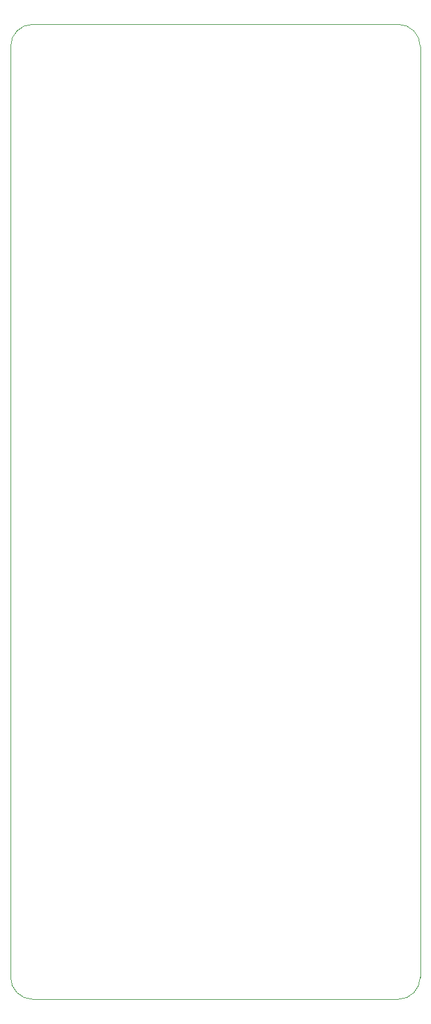
<source format=gm1>
G04 #@! TF.GenerationSoftware,KiCad,Pcbnew,7.0.5*
G04 #@! TF.CreationDate,2023-07-06T09:19:53+08:00*
G04 #@! TF.ProjectId,exMoudle,65784d6f-7564-46c6-952e-6b696361645f,rev?*
G04 #@! TF.SameCoordinates,PX4433b78PY969def3*
G04 #@! TF.FileFunction,Profile,NP*
%FSLAX45Y45*%
G04 Gerber Fmt 4.5, Leading zero omitted, Abs format (unit mm)*
G04 Created by KiCad (PCBNEW 7.0.5) date 2023-07-06 09:19:53*
%MOMM*%
%LPD*%
G01*
G04 APERTURE LIST*
G04 #@! TA.AperFunction,Profile*
%ADD10C,0.100000*%
G04 #@! TD*
G04 APERTURE END LIST*
D10*
X2800000Y13000000D02*
X2800000Y300000D01*
X2500000Y0D02*
X-2500000Y0D01*
X-2500000Y13300000D02*
X2500000Y13300000D01*
X-2800000Y300000D02*
G75*
G03*
X-2500000Y0I300000J0D01*
G01*
X2500000Y0D02*
G75*
G03*
X2800000Y300000I0J300000D01*
G01*
X2800000Y13000000D02*
G75*
G03*
X2500000Y13300000I-300000J0D01*
G01*
X-2800000Y300000D02*
X-2800000Y13000000D01*
X-2500000Y13300000D02*
G75*
G03*
X-2800000Y13000000I0J-300000D01*
G01*
M02*

</source>
